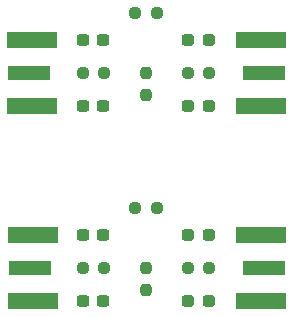
<source format=gbr>
%TF.GenerationSoftware,KiCad,Pcbnew,8.0.5-8.0.5-0~ubuntu22.04.1*%
%TF.CreationDate,2025-01-06T19:31:02-03:00*%
%TF.ProjectId,preenfasis,70726565-6e66-4617-9369-732e6b696361,v1.1*%
%TF.SameCoordinates,Original*%
%TF.FileFunction,Paste,Top*%
%TF.FilePolarity,Positive*%
%FSLAX46Y46*%
G04 Gerber Fmt 4.6, Leading zero omitted, Abs format (unit mm)*
G04 Created by KiCad (PCBNEW 8.0.5-8.0.5-0~ubuntu22.04.1) date 2025-01-06 19:31:02*
%MOMM*%
%LPD*%
G01*
G04 APERTURE LIST*
G04 Aperture macros list*
%AMRoundRect*
0 Rectangle with rounded corners*
0 $1 Rounding radius*
0 $2 $3 $4 $5 $6 $7 $8 $9 X,Y pos of 4 corners*
0 Add a 4 corners polygon primitive as box body*
4,1,4,$2,$3,$4,$5,$6,$7,$8,$9,$2,$3,0*
0 Add four circle primitives for the rounded corners*
1,1,$1+$1,$2,$3*
1,1,$1+$1,$4,$5*
1,1,$1+$1,$6,$7*
1,1,$1+$1,$8,$9*
0 Add four rect primitives between the rounded corners*
20,1,$1+$1,$2,$3,$4,$5,0*
20,1,$1+$1,$4,$5,$6,$7,0*
20,1,$1+$1,$6,$7,$8,$9,0*
20,1,$1+$1,$8,$9,$2,$3,0*%
G04 Aperture macros list end*
%ADD10RoundRect,0.237500X-0.287500X-0.237500X0.287500X-0.237500X0.287500X0.237500X-0.287500X0.237500X0*%
%ADD11RoundRect,0.237500X-0.250000X-0.237500X0.250000X-0.237500X0.250000X0.237500X-0.250000X0.237500X0*%
%ADD12RoundRect,0.237500X-0.237500X0.250000X-0.237500X-0.250000X0.237500X-0.250000X0.237500X0.250000X0*%
%ADD13R,3.600000X1.270000*%
%ADD14R,4.200000X1.350000*%
%ADD15RoundRect,0.237500X-0.300000X-0.237500X0.300000X-0.237500X0.300000X0.237500X-0.300000X0.237500X0*%
G04 APERTURE END LIST*
D10*
%TO.C,L2*%
X115965000Y-91694000D03*
X117715000Y-91694000D03*
%TD*%
D11*
%TO.C,R7*%
X107037500Y-72390000D03*
X108862500Y-72390000D03*
%TD*%
D10*
%TO.C,L1*%
X115965000Y-86106000D03*
X117715000Y-86106000D03*
%TD*%
D11*
%TO.C,R8*%
X115927500Y-72390000D03*
X117752500Y-72390000D03*
%TD*%
%TO.C,R4*%
X115927500Y-88900000D03*
X117752500Y-88900000D03*
%TD*%
D12*
%TO.C,R2*%
X112395000Y-88900000D03*
X112395000Y-90725000D03*
%TD*%
D13*
%TO.C,J3*%
X102543000Y-72390000D03*
D14*
X102743000Y-69565000D03*
X102743000Y-75215000D03*
%TD*%
D15*
%TO.C,C2*%
X107087500Y-91694000D03*
X108812500Y-91694000D03*
%TD*%
D11*
%TO.C,R1*%
X111482500Y-83820000D03*
X113307500Y-83820000D03*
%TD*%
D15*
%TO.C,C1*%
X107087500Y-86106000D03*
X108812500Y-86106000D03*
%TD*%
%TO.C,C3*%
X107087500Y-69596000D03*
X108812500Y-69596000D03*
%TD*%
D10*
%TO.C,L3*%
X115965000Y-69596000D03*
X117715000Y-69596000D03*
%TD*%
D11*
%TO.C,R5*%
X111482500Y-67310000D03*
X113307500Y-67310000D03*
%TD*%
D13*
%TO.C,J2*%
X122374000Y-88900000D03*
D14*
X122174000Y-91725000D03*
X122174000Y-86075000D03*
%TD*%
D12*
%TO.C,R6*%
X112395000Y-72390000D03*
X112395000Y-74215000D03*
%TD*%
D13*
%TO.C,J4*%
X122374000Y-72390000D03*
D14*
X122174000Y-75215000D03*
X122174000Y-69565000D03*
%TD*%
D13*
%TO.C,J1*%
X102616000Y-88900000D03*
D14*
X102816000Y-86075000D03*
X102816000Y-91725000D03*
%TD*%
D15*
%TO.C,C4*%
X107087500Y-75184000D03*
X108812500Y-75184000D03*
%TD*%
D11*
%TO.C,R3*%
X107037500Y-88900000D03*
X108862500Y-88900000D03*
%TD*%
D10*
%TO.C,L4*%
X115965000Y-75184000D03*
X117715000Y-75184000D03*
%TD*%
M02*

</source>
